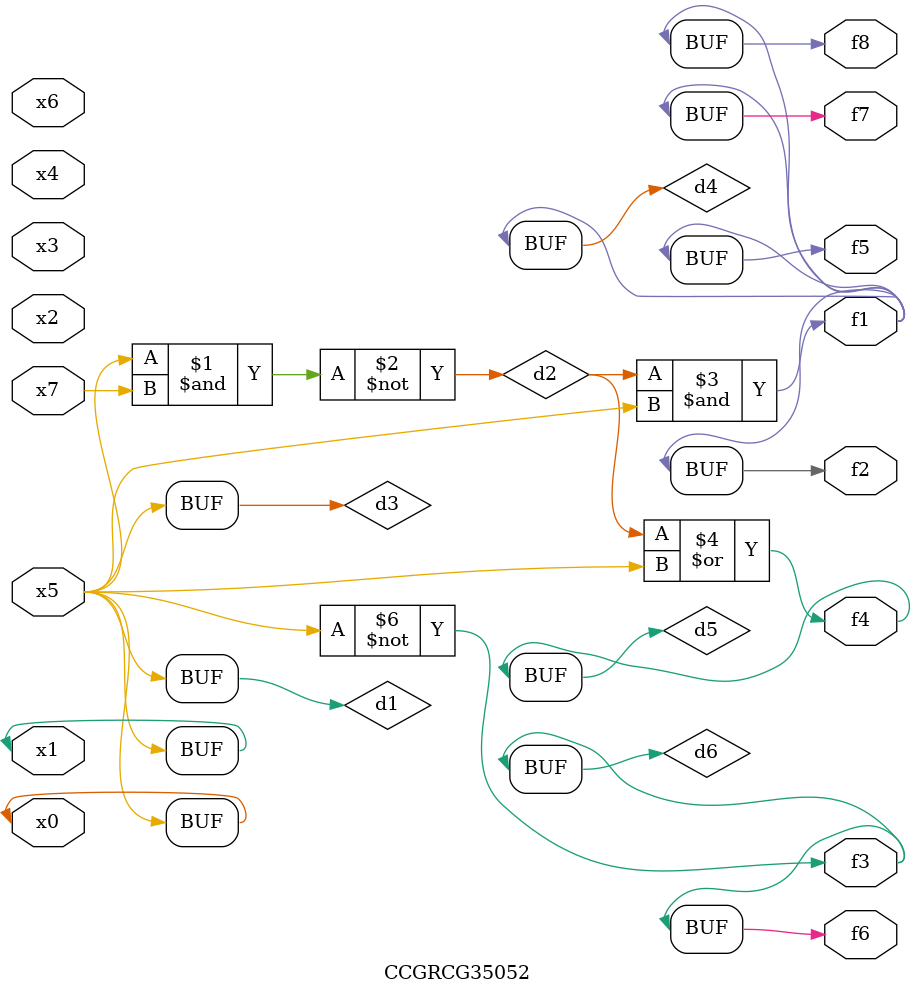
<source format=v>
module CCGRCG35052(
	input x0, x1, x2, x3, x4, x5, x6, x7,
	output f1, f2, f3, f4, f5, f6, f7, f8
);

	wire d1, d2, d3, d4, d5, d6;

	buf (d1, x0, x5);
	nand (d2, x5, x7);
	buf (d3, x0, x1);
	and (d4, d2, d3);
	or (d5, d2, d3);
	nor (d6, d1, d3);
	assign f1 = d4;
	assign f2 = d4;
	assign f3 = d6;
	assign f4 = d5;
	assign f5 = d4;
	assign f6 = d6;
	assign f7 = d4;
	assign f8 = d4;
endmodule

</source>
